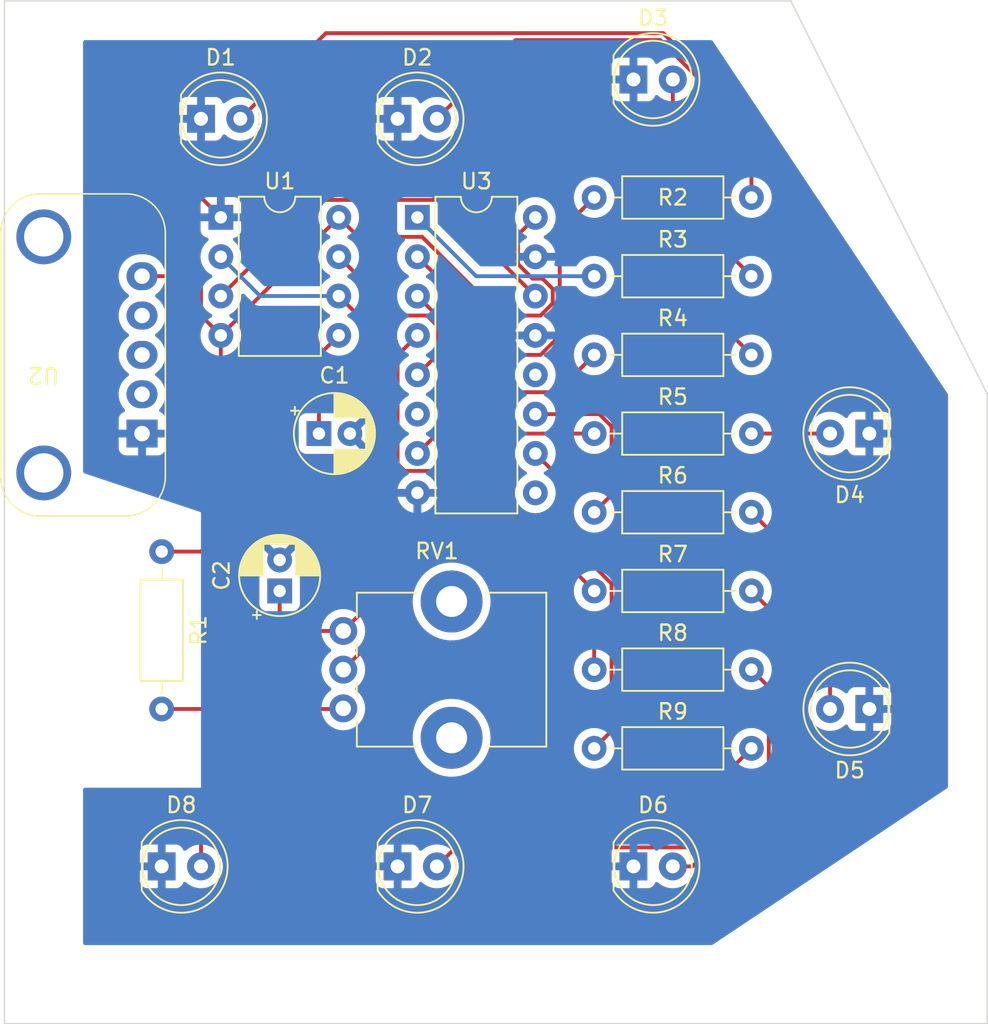
<source format=kicad_pcb>
(kicad_pcb (version 20211014) (generator pcbnew)
  (layers (0 "F.Cu" signal) (31 "B.Cu" signal) (34 "B.Paste" user) (35 "F.Paste" user) (36 "B.SilkS" user "B.Silkscreen") (37 "F.SilkS" user "F.Silkscreen") (38 "B.Mask" user) (39 "F.Mask" user) (44 "Edge.Cuts" user))
  (net 0 "")
  (net 1 "Net-(C1-Pad1)")
  (net 2 "GND")
  (net 3 "Net-(C2-Pad1)")
  (net 4 "Net-(D1-Pad2)")
  (net 5 "Net-(D2-Pad2)")
  (net 6 "Net-(D3-Pad2)")
  (net 7 "Net-(D4-Pad2)")
  (net 8 "Net-(D5-Pad2)")
  (net 9 "Net-(D6-Pad2)")
  (net 10 "Net-(D7-Pad2)")
  (net 11 "Net-(D8-Pad2)")
  (net 12 "+5V")
  (net 13 "Net-(R1-Pad2)")
  (net 14 "Net-(R2-Pad1)")
  (net 15 "Net-(R3-Pad1)")
  (net 16 "Net-(R4-Pad1)")
  (net 17 "Net-(R5-Pad1)")
  (net 18 "Net-(R6-Pad1)")
  (net 19 "Net-(R7-Pad1)")
  (net 20 "Net-(R8-Pad1)")
  (net 21 "Net-(R9-Pad1)")
  (net 22 "Net-(RV1-Pad2)")
  (net 23 "Net-(U1-Pad3)")
  (footprint "Capacitor_THT:CP_Radial_D5.0mm_P2.00mm" (layer "F.Cu") (at 88.9 91.44)
    (fp_text reference "C1" (at 1 -3.75) (layer "F.SilkS"))
    (fp_text value "1uF")
    (fp_line (start 1.841 -2.442) (end 1.841 -1.04) (layer "F.SilkS") (width 0.12))
    (fp_line (start 3.521 -0.677) (end 3.521 0.677) (layer "F.SilkS") (width 0.12))
    (fp_line (start 2.321 -2.224) (end 2.321 -1.04) (layer "F.SilkS") (width 0.12))
    (fp_line (start 3.161 -1.443) (end 3.161 1.443) (layer "F.SilkS") (width 0.12))
    (fp_line (start 1.48 -2.536) (end 1.48 -1.04) (layer "F.SilkS") (width 0.12))
    (fp_line (start 1.961 1.04) (end 1.961 2.398) (layer "F.SilkS") (width 0.12))
    (fp_line (start 2.161 1.04) (end 2.161 2.31) (layer "F.SilkS") (width 0.12))
    (fp_line (start 1.801 1.04) (end 1.801 2.455) (layer "F.SilkS") (width 0.12))
    (fp_line (start 2.521 -2.095) (end 2.521 -1.04) (layer "F.SilkS") (width 0.12))
    (fp_line (start 1.68 -2.491) (end 1.68 -1.04) (layer "F.SilkS") (width 0.12))
    (fp_line (start 1 1.04) (end 1 2.58) (layer "F.SilkS") (width 0.12))
    (fp_line (start 1.761 -2.468) (end 1.761 -1.04) (layer "F.SilkS") (width 0.12))
    (fp_line (start 2.081 -2.348) (end 2.081 -1.04) (layer "F.SilkS") (width 0.12))
    (fp_line (start 1.961 -2.398) (end 1.961 -1.04) (layer "F.SilkS") (width 0.12))
    (fp_line (start 2.641 -2.004) (end 2.641 -1.04) (layer "F.SilkS") (width 0.12))
    (fp_line (start 1.841 1.04) (end 1.841 2.442) (layer "F.SilkS") (width 0.12))
    (fp_line (start 2.681 1.04) (end 2.681 1.971) (layer "F.SilkS") (width 0.12))
    (fp_line (start 1.32 -2.561) (end 1.32 -1.04) (layer "F.SilkS") (width 0.12))
    (fp_line (start 2.081 1.04) (end 2.081 2.348) (layer "F.SilkS") (width 0.12))
    (fp_line (start 1.12 1.04) (end 1.12 2.578) (layer "F.SilkS") (width 0.12))
    (fp_line (start 1.36 1.04) (end 1.36 2.556) (layer "F.SilkS") (width 0.12))
    (fp_line (start 1.28 1.04) (end 1.28 2.565) (layer "F.SilkS") (width 0.12))
    (fp_line (start 2.481 -2.122) (end 2.481 -1.04) (layer "F.SilkS") (width 0.12))
    (fp_line (start 3.441 -0.915) (end 3.441 0.915) (layer "F.SilkS") (width 0.12))
    (fp_line (start 2.241 -2.268) (end 2.241 -1.04) (layer "F.SilkS") (width 0.12))
    (fp_line (start 2.801 -1.864) (end 2.801 -1.04) (layer "F.SilkS") (width 0.12))
    (fp_line (start 2.561 -2.065) (end 2.561 -1.04) (layer "F.SilkS") (width 0.12))
    (fp_line (start 1.921 1.04) (end 1.921 2.414) (layer "F.SilkS") (width 0.12))
    (fp_line (start 2.441 -2.149) (end 2.441 -1.04) (layer "F.SilkS") (width 0.12))
    (fp_line (start 1 -2.58) (end 1 -1.04) (layer "F.SilkS") (width 0.12))
    (fp_line (start 3.241 -1.319) (end 3.241 1.319) (layer "F.SilkS") (width 0.12))
    (fp_line (start 3.201 -1.383) (end 3.201 1.383) (layer "F.SilkS") (width 0.12))
    (fp_line (start 2.121 1.04) (end 2.121 2.329) (layer "F.SilkS") (width 0.12))
    (fp_line (start 2.321 1.04) (end 2.321 2.224) (layer "F.SilkS") (width 0.12))
    (fp_line (start 1.44 -2.543) (end 1.44 -1.04) (layer "F.SilkS") (width 0.12))
    (fp_line (start 2.201 1.04) (end 2.201 2.29) (layer "F.SilkS") (width 0.12))
    (fp_line (start 2.001 1.04) (end 2.001 2.382) (layer "F.SilkS") (width 0.12))
    (fp_line (start 1.16 -2.576) (end 1.16 -1.04) (layer "F.SilkS") (width 0.12))
    (fp_line (start 1.52 1.04) (end 1.52 2.528) (layer "F.SilkS") (width 0.12))
    (fp_line (start 2.361 -2.2) (end 2.361 -1.04) (layer "F.SilkS") (width 0.12))
    (fp_line (start 3.081 -1.554) (end 3.081 1.554) (layer "F.SilkS") (width 0.12))
    (fp_line (start 1.28 -2.565) (end 1.28 -1.04) (layer "F.SilkS") (width 0.12))
    (fp_line (start 3.561 -0.518) (end 3.561 0.518) (layer "F.SilkS") (width 0.12))
    (fp_line (start 1.6 1.04) (end 1.6 2.511) (layer "F.SilkS") (width 0.12))
    (fp_line (start 3.001 -1.653) (end 3.001 -1.04) (layer "F.SilkS") (width 0.12))
    (fp_line (start 2.121 -2.329) (end 2.121 -1.04) (layer "F.SilkS") (width 0.12))
    (fp_line (start 2.041 1.04) (end 2.041 2.365) (layer "F.SilkS") (width 0.12))
    (fp_line (start 2.761 -1.901) (end 2.761 -1.04) (layer "F.SilkS") (width 0.12))
    (fp_line (start 1.24 -2.569) (end 1.24 -1.04) (layer "F.SilkS") (width 0.12))
    (fp_line (start -1.554775 -1.725) (end -1.554775 -1.225) (layer "F.SilkS") (width 0.12))
    (fp_line (start 1.52 -2.528) (end 1.52 -1.04) (layer "F.SilkS") (width 0.12))
    (fp_line (start 2.241 1.04) (end 2.241 2.268) (layer "F.SilkS") (width 0.12))
    (fp_line (start 1.64 -2.501) (end 1.64 -1.04) (layer "F.SilkS") (width 0.12))
    (fp_line (start 2.761 1.04) (end 2.761 1.901) (layer "F.SilkS") (width 0.12))
    (fp_line (start 3.281 -1.251) (end 3.281 1.251) (layer "F.SilkS") (width 0.12))
    (fp_line (start 3.321 -1.178) (end 3.321 1.178) (layer "F.SilkS") (width 0.12))
    (fp_line (start 1.801 -2.455) (end 1.801 -1.04) (layer "F.SilkS") (width 0.12))
    (fp_line (start 3.121 -1.5) (end 3.121 1.5) (layer "F.SilkS") (width 0.12))
    (fp_line (start 2.801 1.04) (end 2.801 1.864) (layer "F.SilkS") (width 0.12))
    (fp_line (start 3.401 -1.011) (end 3.401 1.011) (layer "F.SilkS") (width 0.12))
    (fp_line (start 3.001 1.04) (end 3.001 1.653) (layer "F.SilkS") (width 0.12))
    (fp_line (start 2.521 1.04) (end 2.521 2.095) (layer "F.SilkS") (width 0.12))
    (fp_line (start 1.56 -2.52) (end 1.56 -1.04) (layer "F.SilkS") (width 0.12))
    (fp_line (start 1.08 1.04) (end 1.08 2.579) (layer "F.SilkS") (width 0.12))
    (fp_line (start 2.401 1.04) (end 2.401 2.175) (layer "F.SilkS") (width 0.12))
    (fp_line (start 1.2 -2.573) (end 1.2 -1.04) (layer "F.SilkS") (width 0.12))
    (fp_line (start 1.16 1.04) (end 1.16 2.576) (layer "F.SilkS") (width 0.12))
    (fp_line (start 3.361 -1.098) (end 3.361 1.098) (layer "F.SilkS") (width 0.12))
    (fp_line (start 1.881 1.04) (end 1.881 2.428) (layer "F.SilkS") (width 0.12))
    (fp_line (start 3.481 -0.805) (end 3.481 0.805) (layer "F.SilkS") (width 0.12))
    (fp_line (start 2.961 -1.699) (end 2.961 -1.04) (layer "F.SilkS") (width 0.12))
    (fp_line (start 1.04 -2.58) (end 1.04 -1.04) (layer "F.SilkS") (width 0.12))
    (fp_line (start 2.281 -2.247) (end 2.281 -1.04) (layer "F.SilkS") (width 0.12))
    (fp_line (start 1.6 -2.511) (end 1.6 -1.04) (layer "F.SilkS") (width 0.12))
    (fp_line (start 2.281 1.04) (end 2.281 2.247) (layer "F.SilkS") (width 0.12))
    (fp_line (start 1.12 -2.578) (end 1.12 -1.04) (layer "F.SilkS") (width 0.12))
    (fp_line (start 2.161 -2.31) (end 2.161 -1.04) (layer "F.SilkS") (width 0.12))
    (fp_line (start 1.721 -2.48) (end 1.721 -1.04) (layer "F.SilkS") (width 0.12))
    (fp_line (start 2.961 1.04) (end 2.961 1.699) (layer "F.SilkS") (width 0.12))
    (fp_line (start 1.921 -2.414) (end 1.921 -1.04) (layer "F.SilkS") (width 0.12))
    (fp_line (start 1.68 1.04) (end 1.68 2.491) (layer "F.SilkS") (width 0.12))
    (fp_line (start -1.804775 -1.475) (end -1.304775 -1.475) (layer "F.SilkS") (width 0.12))
    (fp_line (start 2.481 1.04) (end 2.481 2.122) (layer "F.SilkS") (width 0.12))
    (fp_line (start 2.681 -1.971) (end 2.681 -1.04) (layer "F.SilkS") (width 0.12))
    (fp_line (start 2.001 -2.382) (end 2.001 -1.04) (layer "F.SilkS") (width 0.12))
    (fp_line (start 2.881 -1.785) (end 2.881 -1.04) (layer "F.SilkS") (width 0.12))
    (fp_line (start 1.36 -2.556) (end 1.36 -1.04) (layer "F.SilkS") (width 0.12))
    (fp_line (start 1.881 -2.428) (end 1.881 -1.04) (layer "F.SilkS") (width 0.12))
    (fp_line (start 2.841 1.04) (end 2.841 1.826) (layer "F.SilkS") (width 0.12))
    (fp_line (start 2.041 -2.365) (end 2.041 -1.04) (layer "F.SilkS") (width 0.12))
    (fp_line (start 1.56 1.04) (end 1.56 2.52) (layer "F.SilkS") (width 0.12))
    (fp_line (start 2.841 -1.826) (end 2.841 -1.04) (layer "F.SilkS") (width 0.12))
    (fp_line (start 3.601 -0.284) (end 3.601 0.284) (layer "F.SilkS") (width 0.12))
    (fp_line (start 1.32 1.04) (end 1.32 2.561) (layer "F.SilkS") (width 0.12))
    (fp_line (start 3.041 -1.605) (end 3.041 1.605) (layer "F.SilkS") (width 0.12))
    (fp_line (start 1.44 1.04) (end 1.44 2.543) (layer "F.SilkS") (width 0.12))
    (fp_line (start 1.48 1.04) (end 1.48 2.536) (layer "F.SilkS") (width 0.12))
    (fp_line (start 2.201 -2.29) (end 2.201 -1.04) (layer "F.SilkS") (width 0.12))
    (fp_line (start 1.04 1.04) (end 1.04 2.58) (layer "F.SilkS") (width 0.12))
    (fp_line (start 2.361 1.04) (end 2.361 2.2) (layer "F.SilkS") (width 0.12))
    (fp_line (start 2.441 1.04) (end 2.441 2.149) (layer "F.SilkS") (width 0.12))
    (fp_line (start 2.921 -1.743) (end 2.921 -1.04) (layer "F.SilkS") (width 0.12))
    (fp_line (start 2.921 1.04) (end 2.921 1.743) (layer "F.SilkS") (width 0.12))
    (fp_line (start 1.2 1.04) (end 1.2 2.573) (layer "F.SilkS") (width 0.12))
    (fp_line (start 1.4 -2.55) (end 1.4 -1.04) (layer "F.SilkS") (width 0.12))
    (fp_line (start 2.721 1.04) (end 2.721 1.937) (layer "F.SilkS") (width 0.12))
    (fp_line (start 2.601 1.04) (end 2.601 2.035) (layer "F.SilkS") (width 0.12))
    (fp_line (start 1.4 1.04) (end 1.4 2.55) (layer "F.SilkS") (width 0.12))
    (fp_line (start 2.561 1.04) (end 2.561 2.065) (layer "F.SilkS") (width 0.12))
    (fp_line (start 1.24 1.04) (end 1.24 2.569) (layer "F.SilkS") (width 0.12))
    (fp_line (start 1.761 1.04) (end 1.761 2.468) (layer "F.SilkS") (width 0.12))
    (fp_line (start 1.08 -2.579) (end 1.08 -1.04) (layer "F.SilkS") (width 0.12))
    (fp_line (start 2.601 -2.035) (end 2.601 -1.04) (layer "F.SilkS") (width 0.12))
    (fp_line (start 1.64 1.04) (end 1.64 2.501) (layer "F.SilkS") (width 0.12))
    (fp_line (start 2.881 1.04) (end 2.881 1.785) (layer "F.SilkS") (width 0.12))
    (fp_line (start 2.401 -2.175) (end 2.401 -1.04) (layer "F.SilkS") (width 0.12))
    (fp_line (start 2.721 -1.937) (end 2.721 -1.04) (layer "F.SilkS") (width 0.12))
    (fp_line (start 2.641 1.04) (end 2.641 2.004) (layer "F.SilkS") (width 0.12))
    (fp_line (start 1.721 1.04) (end 1.721 2.48) (layer "F.SilkS") (width 0.12))
    (fp_circle (center 1 0) (end 3.62 0) (layer "F.SilkS") (width 0.12) (fill none))
    (pad "1" thru_hole rect (at 0 0) (size 1.6 1.6) (drill 0.8) (layers *.Cu *.Mask) (net 1 "Net-(C1-Pad1)"))
    (pad "2" thru_hole circle (at 2 0) (size 1.6 1.6) (drill 0.8) (layers *.Cu *.Mask) (net 2 "GND"))
  )
  (footprint "Potentiometer_THT:Potentiometer_Bourns_PTV09A-1_Single_Vertical" (layer "F.Cu") (at 90.47 109.18)
    (fp_text reference "RV1" (at 6.05 -10.15) (layer "F.SilkS"))
    (fp_text value "100k")
    (fp_line (start 0.88 2.47) (end 4.745 2.47) (layer "F.SilkS") (width 0.12))
    (fp_line (start 13.12 -7.47) (end 13.12 2.47) (layer "F.SilkS") (width 0.12))
    (fp_line (start 0.88 -4.129) (end 0.88 -3.37) (layer "F.SilkS") (width 0.12))
    (fp_line (start 0.88 -7.47) (end 0.88 -5.871) (layer "F.SilkS") (width 0.12))
    (fp_line (start 0.88 -7.47) (end 4.745 -7.47) (layer "F.SilkS") (width 0.12))
    (fp_line (start 0.88 0.87) (end 0.88 2.47) (layer "F.SilkS") (width 0.12))
    (fp_line (start 9.255 -7.47) (end 13.12 -7.47) (layer "F.SilkS") (width 0.12))
    (fp_line (start 9.255 2.47) (end 13.12 2.47) (layer "F.SilkS") (width 0.12))
    (fp_line (start 0.88 -1.629) (end 0.88 -0.87) (layer "F.SilkS") (width 0.12))
    (pad "" np_thru_hole circle (at 7 1.9) (size 4 4) (drill 2) (layers *.Cu *.Mask))
    (pad "" np_thru_hole circle (at 7 -6.9) (size 4 4) (drill 2) (layers *.Cu *.Mask))
    (pad "1" thru_hole circle (at 0 0) (size 1.8 1.8) (drill 1) (layers *.Cu *.Mask) (net 13 "Net-(R1-Pad2)"))
    (pad "2" thru_hole circle (at 0 -2.5) (size 1.8 1.8) (drill 1) (layers *.Cu *.Mask) (net 22 "Net-(RV1-Pad2)"))
    (pad "3" thru_hole circle (at 0 -5) (size 1.8 1.8) (drill 1) (layers *.Cu *.Mask) (net 3 "Net-(C2-Pad1)"))
  )
  (footprint "Resistor_THT:R_Axial_DIN0207_L6.3mm_D2.5mm_P10.16mm_Horizontal" (layer "F.Cu") (at 106.68 106.68)
    (fp_text reference "R8" (at 5.08 -2.37) (layer "F.SilkS"))
    (fp_text value "100")
    (fp_line (start 1.81 1.37) (end 8.35 1.37) (layer "F.SilkS") (width 0.12))
    (fp_line (start 9.12 0) (end 8.35 0) (layer "F.SilkS") (width 0.12))
    (fp_line (start 8.35 1.37) (end 8.35 -1.37) (layer "F.SilkS") (width 0.12))
    (fp_line (start 1.04 0) (end 1.81 0) (layer "F.SilkS") (width 0.12))
    (fp_line (start 1.81 -1.37) (end 1.81 1.37) (layer "F.SilkS") (width 0.12))
    (fp_line (start 8.35 -1.37) (end 1.81 -1.37) (layer "F.SilkS") (width 0.12))
    (pad "1" thru_hole circle (at 0 0) (size 1.6 1.6) (drill 0.8) (layers *.Cu *.Mask) (net 20 "Net-(R8-Pad1)"))
    (pad "2" thru_hole oval (at 10.16 0) (size 1.6 1.6) (drill 0.8) (layers *.Cu *.Mask) (net 10 "Net-(D7-Pad2)"))
  )
  (footprint "Resistor_THT:R_Axial_DIN0207_L6.3mm_D2.5mm_P10.16mm_Horizontal" (layer "F.Cu") (at 106.68 81.28)
    (fp_text reference "R3" (at 5.08 -2.37) (layer "F.SilkS"))
    (fp_text value "100")
    (fp_line (start 8.35 -1.37) (end 1.81 -1.37) (layer "F.SilkS") (width 0.12))
    (fp_line (start 1.81 1.37) (end 8.35 1.37) (layer "F.SilkS") (width 0.12))
    (fp_line (start 8.35 1.37) (end 8.35 -1.37) (layer "F.SilkS") (width 0.12))
    (fp_line (start 1.81 -1.37) (end 1.81 1.37) (layer "F.SilkS") (width 0.12))
    (fp_line (start 9.12 0) (end 8.35 0) (layer "F.SilkS") (width 0.12))
    (fp_line (start 1.04 0) (end 1.81 0) (layer "F.SilkS") (width 0.12))
    (pad "1" thru_hole circle (at 0 0) (size 1.6 1.6) (drill 0.8) (layers *.Cu *.Mask) (net 15 "Net-(R3-Pad1)"))
    (pad "2" thru_hole oval (at 10.16 0) (size 1.6 1.6) (drill 0.8) (layers *.Cu *.Mask) (net 5 "Net-(D2-Pad2)"))
  )
  (footprint "LED_THT:LED_D5.0mm" (layer "F.Cu") (at 124.46 91.44 180)
    (fp_text reference "D4" (at 1.27 -3.96) (layer "F.SilkS"))
    (fp_text value "LED")
    (fp_line (start -1.29 -1.545) (end -1.29 1.545) (layer "F.SilkS") (width 0.12))
    (fp_arc (start 4.26 -0.000462) (mid 2.072002 2.880433) (end -1.29 1.54483) (layer "F.SilkS") (width 0.12))
    (fp_arc (start -1.29 -1.54483) (mid 2.072002 -2.880433) (end 4.26 0.000462) (layer "F.SilkS") (width 0.12))
    (fp_circle (center 1.27 0) (end 3.77 0) (layer "F.SilkS") (width 0.12) (fill none))
    (pad "1" thru_hole rect (at 0 0 180) (size 1.8 1.8) (drill 0.9) (layers *.Cu *.Mask) (net 2 "GND"))
    (pad "2" thru_hole circle (at 2.54 0 180) (size 1.8 1.8) (drill 0.9) (layers *.Cu *.Mask) (net 7 "Net-(D4-Pad2)"))
  )
  (footprint "Capacitor_THT:CP_Radial_D5.0mm_P2.00mm" (layer "F.Cu") (at 86.36 101.6 90)
    (fp_text reference "C2" (at 1 -3.75 90) (layer "F.SilkS"))
    (fp_text value "220nF")
    (fp_line (start 3.241 -1.319) (end 3.241 1.319) (layer "F.SilkS") (width 0.12))
    (fp_line (start 1.08 1.04) (end 1.08 2.579) (layer "F.SilkS") (width 0.12))
    (fp_line (start -1.804775 -1.475) (end -1.304775 -1.475) (layer "F.SilkS") (width 0.12))
    (fp_line (start 1.761 1.04) (end 1.761 2.468) (layer "F.SilkS") (width 0.12))
    (fp_line (start 1.961 -2.398) (end 1.961 -1.04) (layer "F.SilkS") (width 0.12))
    (fp_line (start 2.001 -2.382) (end 2.001 -1.04) (layer "F.SilkS") (width 0.12))
    (fp_line (start 1.16 1.04) (end 1.16 2.576) (layer "F.SilkS") (width 0.12))
    (fp_line (start 2.241 1.04) (end 2.241 2.268) (layer "F.SilkS") (width 0.12))
    (fp_line (start 2.801 1.04) (end 2.801 1.864) (layer "F.SilkS") (width 0.12))
    (fp_line (start 1.28 -2.565) (end 1.28 -1.04) (layer "F.SilkS") (width 0.12))
    (fp_line (start 1.2 1.04) (end 1.2 2.573) (layer "F.SilkS") (width 0.12))
    (fp_line (start 2.721 -1.937) (end 2.721 -1.04) (layer "F.SilkS") (width 0.12))
    (fp_line (start 2.481 1.04) (end 2.481 2.122) (layer "F.SilkS") (width 0.12))
    (fp_line (start 2.641 -2.004) (end 2.641 -1.04) (layer "F.SilkS") (width 0.12))
    (fp_line (start 2.121 1.04) (end 2.121 2.329) (layer "F.SilkS") (width 0.12))
    (fp_line (start 2.521 1.04) (end 2.521 2.095) (layer "F.SilkS") (width 0.12))
    (fp_line (start 1.4 -2.55) (end 1.4 -1.04) (layer "F.SilkS") (width 0.12))
    (fp_line (start 1.52 1.04) (end 1.52 2.528) (layer "F.SilkS") (width 0.12))
    (fp_line (start 3.401 -1.011) (end 3.401 1.011) (layer "F.SilkS") (width 0.12))
    (fp_line (start 3.121 -1.5) (end 3.121 1.5) (layer "F.SilkS") (width 0.12))
    (fp_line (start 3.361 -1.098) (end 3.361 1.098) (layer "F.SilkS") (width 0.12))
    (fp_line (start 2.601 1.04) (end 2.601 2.035) (layer "F.SilkS") (width 0.12))
    (fp_line (start 2.721 1.04) (end 2.721 1.937) (layer "F.SilkS") (width 0.12))
    (fp_line (start 1.24 -2.569) (end 1.24 -1.04) (layer "F.SilkS") (width 0.12))
    (fp_line (start 2.441 -2.149) (end 2.441 -1.04) (layer "F.SilkS") (width 0.12))
    (fp_line (start 2.961 1.04) (end 2.961 1.699) (layer "F.SilkS") (width 0.12))
    (fp_line (start 2.401 1.04) (end 2.401 2.175) (layer "F.SilkS") (width 0.12))
    (fp_line (start 2.001 1.04) (end 2.001 2.382) (layer "F.SilkS") (width 0.12))
    (fp_line (start 1.24 1.04) (end 1.24 2.569) (layer "F.SilkS") (width 0.12))
    (fp_line (start 2.841 1.04) (end 2.841 1.826) (layer "F.SilkS") (width 0.12))
    (fp_line (start 1.48 1.04) (end 1.48 2.536) (layer "F.SilkS") (width 0.12))
    (fp_line (start 1.921 1.04) (end 1.921 2.414) (layer "F.SilkS") (width 0.12))
    (fp_line (start 1.961 1.04) (end 1.961 2.398) (layer "F.SilkS") (width 0.12))
    (fp_line (start 1.32 1.04) (end 1.32 2.561) (layer "F.SilkS") (width 0.12))
    (fp_line (start 1.28 1.04) (end 1.28 2.565) (layer "F.SilkS") (width 0.12))
    (fp_line (start 2.321 -2.224) (end 2.321 -1.04) (layer "F.SilkS") (width 0.12))
    (fp_line (start 1.6 -2.511) (end 1.6 -1.04) (layer "F.SilkS") (width 0.12))
    (fp_line (start 1.04 1.04) (end 1.04 2.58) (layer "F.SilkS") (width 0.12))
    (fp_line (start 1.841 -2.442) (end 1.841 -1.04) (layer "F.SilkS") (width 0.12))
    (fp_line (start 3.441 -0.915) (end 3.441 0.915) (layer "F.SilkS") (width 0.12))
    (fp_line (start 2.201 -2.29) (end 2.201 -1.04) (layer "F.SilkS") (width 0.12))
    (fp_line (start 2.561 1.04) (end 2.561 2.065) (layer "F.SilkS") (width 0.12))
    (fp_line (start 1.32 -2.561) (end 1.32 -1.04) (layer "F.SilkS") (width 0.12))
    (fp_line (start 2.201 1.04) (end 2.201 2.29) (layer "F.SilkS") (width 0.12))
    (fp_line (start 3.561 -0.518) (end 3.561 0.518) (layer "F.SilkS") (width 0.12))
    (fp_line (start 1.881 1.04) (end 1.881 2.428) (layer "F.SilkS") (width 0.12))
    (fp_line (start 2.761 -1.901) (end 2.761 -1.04) (layer "F.SilkS") (width 0.12))
    (fp_line (start 1.921 -2.414) (end 1.921 -1.04) (layer "F.SilkS") (width 0.12))
    (fp_line (start 3.041 -1.605) (end 3.041 1.605) (layer "F.SilkS") (width 0.12))
    (fp_line (start 2.641 1.04) (end 2.641 2.004) (layer "F.SilkS") (width 0.12))
    (fp_line (start 2.161 1.04) (end 2.161 2.31) (layer "F.SilkS") (width 0.12))
    (fp_line (start 2.161 -2.31) (end 2.161 -1.04) (layer "F.SilkS") (width 0.12))
    (fp_line (start 2.961 -1.699) (end 2.961 -1.04) (layer "F.SilkS") (width 0.12))
    (fp_line (start 1.721 -2.48) (end 1.721 -1.04) (layer "F.SilkS") (width 0.12))
    (fp_line (start 1.04 -2.58) (end 1.04 -1.04) (layer "F.SilkS") (width 0.12))
    (fp_line (start 1.56 -2.52) (end 1.56 -1.04) (layer "F.SilkS") (width 0.12))
    (fp_line (start 2.041 -2.365) (end 2.041 -1.04) (layer "F.SilkS") (width 0.12))
    (fp_line (start 2.081 -2.348) (end 2.081 -1.04) (layer "F.SilkS") (width 0.12))
    (fp_line (start 3.001 1.04) (end 3.001 1.653) (layer "F.SilkS") (width 0.12))
    (fp_line (start 1.16 -2.576) (end 1.16 -1.04) (layer "F.SilkS") (width 0.12))
    (fp_line (start 2.921 1.04) (end 2.921 1.743) (layer "F.SilkS") (width 0.12))
    (fp_line (start 2.601 -2.035) (end 2.601 -1.04) (layer "F.SilkS") (width 0.12))
    (fp_line (start 1.56 1.04) (end 1.56 2.52) (layer "F.SilkS") (width 0.12))
    (fp_line (start 1.2 -2.573) (end 1.2 -1.04) (layer "F.SilkS") (width 0.12))
    (fp_line (start 3.001 -1.653) (end 3.001 -1.04) (layer "F.SilkS") (width 0.12))
    (fp_line (start 1.64 -2.501) (end 1.64 -1.04) (layer "F.SilkS") (width 0.12))
    (fp_line (start 2.361 -2.2) (end 2.361 -1.04) (layer "F.SilkS") (width 0.12))
    (fp_line (start 1.68 -2.491) (end 1.68 -1.04) (layer "F.SilkS") (width 0.12))
    (fp_line (start 1.36 1.04) (end 1.36 2.556) (layer "F.SilkS") (width 0.12))
    (fp_line (start 2.241 -2.268) (end 2.241 -1.04) (layer "F.SilkS") (width 0.12))
    (fp_line (start 1.48 -2.536) (end 1.48 -1.04) (layer "F.SilkS") (width 0.12))
    (fp_line (start 2.881 -1.785) (end 2.881 -1.04) (layer "F.SilkS") (width 0.12))
    (fp_line (start 1.12 -2.578) (end 1.12 -1.04) (layer "F.SilkS") (width 0.12))
    (fp_line (start 2.121 -2.329) (end 2.121 -1.04) (layer "F.SilkS") (width 0.12))
    (fp_line (start 2.681 -1.971) (end 2.681 -1.04) (layer "F.SilkS") (width 0.12))
    (fp_line (start 2.321 1.04) (end 2.321 2.224) (layer "F.SilkS") (width 0.12))
    (fp_line (start 2.521 -2.095) (end 2.521 -1.04) (layer "F.SilkS") (width 0.12))
    (fp_line (start 3.321 -1.178) (end 3.321 1.178) (layer "F.SilkS") (width 0.12))
    (fp_line (start 3.201 -1.383) (end 3.201 1.383) (layer "F.SilkS") (width 0.12))
    (fp_line (start 1.801 -2.455) (end 1.801 -1.04) (layer "F.SilkS") (width 0.12))
    (fp_line (start 3.521 -0.677) (end 3.521 0.677) (layer "F.SilkS") (width 0.12))
    (fp_line (start 1.08 -2.579) (end 1.08 -1.04) (layer "F.SilkS") (width 0.12))
    (fp_line (start 1.44 -2.543) (end 1.44 -1.04) (layer "F.SilkS") (width 0.12))
    (fp_line (start 2.441 1.04) (end 2.441 2.149) (layer "F.SilkS") (width 0.12))
    (fp_line (start 2.481 -2.122) (end 2.481 -1.04) (layer "F.SilkS") (width 0.12))
    (fp_line (start 2.761 1.04) (end 2.761 1.901) (layer "F.SilkS") (width 0.12))
    (fp_line (start 3.161 -1.443) (end 3.161 1.443) (layer "F.SilkS") (width 0.12))
    (fp_line (start 2.841 -1.826) (end 2.841 -1.04) (layer "F.SilkS") (width 0.12))
    (fp_line (start 1.52 -2.528) (end 1.52 -1.04) (layer "F.SilkS") (width 0.12))
    (fp_line (start 3.481 -0.805) (end 3.481 0.805) (layer "F.SilkS") (width 0.12))
    (fp_line (start 2.401 -2.175) (end 2.401 -1.04) (layer "F.SilkS") (width 0.12))
    (fp_line (start 1 -2.58) (end 1 -1.04) (layer "F.SilkS") (width 0.12))
    (fp_line (start 3.601 -0.284) (end 3.601 0.284) (layer "F.SilkS") (width 0.12))
    (fp_line (start 1.64 1.04) (end 1.64 2.501) (layer "F.SilkS") (width 0.12))
    (fp_line (start 3.281 -1.251) (end 3.281 1.251) (layer "F.SilkS") (width 0.12))
    (fp_line (start 2.281 -2.247) (end 2.281 -1.04) (layer "F.SilkS") (width 0.12))
    (fp_line (start 2.041 1.04) (end 2.041 2.365) (layer "F.SilkS") (width 0.12))
    (fp_line (start 1.761 -2.468) (end 1.761 -1.04) (layer "F.SilkS") (width 0.12))
    (fp_line (start 1.68 1.04) (end 1.68 2.491) (layer "F.SilkS") (width 0.12))
    (fp_line (start 2.561 -2.065) (end 2.561 -1.04) (layer "F.SilkS") (width 0.12))
    (fp_line (start 1 1.04) (end 1 2.58) (layer "F.SilkS") (width 0.12))
    (fp_line (start 1.36 -2.556) (end 1.36 -1.04) (layer "F.SilkS") (width 0.12))
    (fp_line (start 1.12 1.04) (end 1.12 2.578) (layer "F.SilkS") (width 0.12))
    (fp_line (start 1.44 1.04) (end 1.44 2.543) (layer "F.SilkS") (width 0.12))
    (fp_line (start 3.081 -1.554) (end 3.081 1.554) (layer "F.SilkS") (width 0.12))
    (fp_line (start 1.801 1.04) (end 1.801 2.455) (layer "F.SilkS") (width 0.12))
    (fp_line (start 2.681 1.04) (end 2.681 1.971) (layer "F.SilkS") (width 0.12))
    (fp_line (start 2.081 1.04) (end 2.081 2.348) (layer "F.SilkS") (width 0.12))
    (fp_line (start 1.6 1.04) (end 1.6 2.511) (layer "F.SilkS") (width 0.12))
    (fp_line (start 1.841 1.04) (end 1.841 2.442) (layer "F.SilkS") (width 0.12))
    (fp_line (start 2.881 1.04) (end 2.881 1.785) (layer "F.SilkS") (width 0.12))
    (fp_line (start 2.361 1.04) (end 2.361 2.2) (layer "F.SilkS") (width 0.12))
    (fp_line (start 1.4 1.04) (end 1.4 2.55) (layer "F.SilkS") (width 0.12))
    (fp_line (start 2.281 1.04) (end 2.281 2.247) (layer "F.SilkS") (width 0.12))
    (fp_line (start -1.554775 -1.725) (end -1.554775 -1.225) (layer "F.SilkS") (width 0.12))
    (fp_line (start 1.721 1.04) (end 1.721 2.48) (layer "F.SilkS") (width 0.12))
    (fp_line (start 2.921 -1.743) (end 2.921 -1.04) (layer "F.SilkS") (width 0.12))
    (fp_line (start 1.881 -2.428) (end 1.881 -1.04) (layer "F.SilkS") (width 0.12))
    (fp_line (start 2.801 -1.864) (end 2.801 -1.04) (layer "F.SilkS") (width 0.12))
    (fp_circle (center 1 0) (end 3.62 0) (layer "F.SilkS") (width 0.12) (fill none))
    (pad "1" thru_hole rect (at 0 0 90) (size 1.6 1.6) (drill 0.8) (layers *.Cu *.Mask) (net 3 "Net-(C2-Pad1)"))
    (pad "2" thru_hole circle (at 2 0 90) (size 1.6 1.6) (drill 0.8) (layers *.Cu *.Mask) (net 2 "GND"))
  )
  (footprint "LED_THT:LED_D5.0mm" (layer "F.Cu") (at 109.22 119.38)
    (fp_text reference "D6" (at 1.27 -3.96) (layer "F.SilkS"))
    (fp_text value "LED")
    (fp_line (start -1.29 -1.545) (end -1.29 1.545) (layer "F.SilkS") (width 0.12))
    (fp_arc (start -1.29 -1.54483) (mid 2.072002 -2.880433) (end 4.26 0.000462) (layer "F.SilkS") (width 0.12))
    (fp_arc (start 4.26 -0.000462) (mid 2.072002 2.880433) (end -1.29 1.54483) (layer "F.SilkS") (width 0.12))
    (fp_circle (center 1.27 0) (end 3.77 0) (layer "F.SilkS") (width 0.12) (fill none))
    (pad "1" thru_hole rect (at 0 0) (size 1.8 1.8) (drill 0.9) (layers *.Cu *.Mask) (net 2 "GND"))
    (pad "2" thru_hole circle (at 2.54 0) (size 1.8 1.8) (drill 0.9) (layers *.Cu *.Mask) (net 9 "Net-(D6-Pad2)"))
  )
  (footprint "LED_THT:LED_D5.0mm" (layer "F.Cu") (at 81.28 71.12)
    (fp_text reference "D1" (at 1.27 -3.96) (layer "F.SilkS"))
    (fp_text value "LED")
    (fp_line (start -1.29 -1.545) (end -1.29 1.545) (layer "F.SilkS") (width 0.12))
    (fp_arc (start 4.26 -0.000462) (mid 2.072002 2.880433) (end -1.29 1.54483) (layer "F.SilkS") (width 0.12))
    (fp_arc (start -1.29 -1.54483) (mid 2.072002 -2.880433) (end 4.26 0.000462) (layer "F.SilkS") (width 0.12))
    (fp_circle (center 1.27 0) (end 3.77 0) (layer "F.SilkS") (width 0.12) (fill none))
    (pad "1" thru_hole rect (at 0 0) (size 1.8 1.8) (drill 0.9) (layers *.Cu *.Mask) (net 2 "GND"))
    (pad "2" thru_hole circle (at 2.54 0) (size 1.8 1.8) (drill 0.9) (layers *.Cu *.Mask) (net 4 "Net-(D1-Pad2)"))
  )
  (footprint "LED_THT:LED_D5.0mm" (layer "F.Cu") (at 109.22 68.58)
    (fp_text reference "D3" (at 1.27 -3.96) (layer "F.SilkS"))
    (fp_text value "LED")
    (fp_line (start -1.29 -1.545) (end -1.29 1.545) (layer "F.SilkS") (width 0.12))
    (fp_arc (start -1.29 -1.54483) (mid 2.072002 -2.880433) (end 4.26 0.000462) (layer "F.SilkS") (width 0.12))
    (fp_arc (start 4.26 -0.000462) (mid 2.072002 2.880433) (end -1.29 1.54483) (layer "F.SilkS") (width 0.12))
    (fp_circle (center 1.27 0) (end 3.77 0) (layer "F.SilkS") (width 0.12) (fill none))
    (pad "1" thru_hole rect (at 0 0) (size 1.8 1.8) (drill 0.9) (layers *.Cu *.Mask) (net 2 "GND"))
    (pad "2" thru_hole circle (at 2.54 0) (size 1.8 1.8) (drill 0.9) (layers *.Cu *.Mask) (net 6 "Net-(D3-Pad2)"))
  )
  (footprint "Resistor_THT:R_Axial_DIN0207_L6.3mm_D2.5mm_P10.16mm_Horizontal" (layer "F.Cu") (at 106.68 86.36)
    (fp_text reference "R4" (at 5.08 -2.37) (layer "F.SilkS"))
    (fp_text value "100")
    (fp_line (start 9.12 0) (end 8.35 0) (layer "F.SilkS") (width 0.12))
    (fp_line (start 1.81 -1.37) (end 1.81 1.37) (layer "F.SilkS") (width 0.12))
    (fp_line (start 8.35 -1.37) (end 1.81 -1.37) (layer "F.SilkS") (width 0.12))
    (fp_line (start 1.04 0) (end 1.81 0) (layer "F.SilkS") (width 0.12))
    (fp_line (start 1.81 1.37) (end 8.35 1.37) (layer "F.SilkS") (width 0.12))
    (fp_line (start 8.35 1.37) (end 8.35 -1.37) (layer "F.SilkS") (width 0.12))
    (pad "1" thru_hole circle (at 0 0) (size 1.6 1.6) (drill 0.8) (layers *.Cu *.Mask) (net 16 "Net-(R4-Pad1)"))
    (pad "2" thru_hole oval (at 10.16 0) (size 1.6 1.6) (drill 0.8) (layers *.Cu *.Mask) (net 6 "Net-(D3-Pad2)"))
  )
  (footprint "Resistor_THT:R_Axial_DIN0207_L6.3mm_D2.5mm_P10.16mm_Horizontal" (layer "F.Cu") (at 106.68 76.2)
    (fp_text reference "R2" (at 5.08 0) (layer "F.SilkS"))
    (fp_text value "100")
    (fp_line (start 1.81 -1.37) (end 1.81 1.37) (layer "F.SilkS") (width 0.12))
    (fp_line (start 1.81 1.37) (end 8.35 1.37) (layer "F.SilkS") (width 0.12))
    (fp_line (start 8.35 1.37) (end 8.35 -1.37) (layer "F.SilkS") (width 0.12))
    (fp_line (start 9.12 0) (end 8.35 0) (layer "F.SilkS") (width 0.12))
    (fp_line (start 8.35 -1.37) (end 1.81 -1.37) (layer "F.SilkS") (width 0.12))
    (fp_line (start 1.04 0) (end 1.81 0) (layer "F.SilkS") (width 0.12))
    (pad "1" thru_hole circle (at 0 0) (size 1.6 1.6) (drill 0.8) (layers *.Cu *.Mask) (net 14 "Net-(R2-Pad1)"))
    (pad "2" thru_hole oval (at 10.16 0) (size 1.6 1.6) (drill 0.8) (layers *.Cu *.Mask) (net 4 "Net-(D1-Pad2)"))
  )
  (footprint "LED_THT:LED_D5.0mm" (layer "F.Cu") (at 93.98 71.12)
    (fp_text reference "D2" (at 1.27 -3.96) (layer "F.SilkS"))
    (fp_text value "LED")
    (fp_line (start -1.29 -1.545) (end -1.29 1.545) (layer "F.SilkS") (width 0.12))
    (fp_arc (start 4.26 -0.000462) (mid 2.072002 2.880433) (end -1.29 1.54483) (layer "F.SilkS") (width 0.12))
    (fp_arc (start -1.29 -1.54483) (mid 2.072002 -2.880433) (end 4.26 0.000462) (layer "F.SilkS") (width 0.12))
    (fp_circle (center 1.27 0) (end 3.77 0) (layer "F.SilkS") (width 0.12) (fill none))
    (pad "1" thru_hole rect (at 0 0) (size 1.8 1.8) (drill 0.9) (layers *.Cu *.Mask) (net 2 "GND"))
    (pad "2" thru_hole circle (at 2.54 0) (size 1.8 1.8) (drill 0.9) (layers *.Cu *.Mask) (net 5 "Net-(D2-Pad2)"))
  )
  (footprint "Resistor_THT:R_Axial_DIN0207_L6.3mm_D2.5mm_P10.16mm_Horizontal" (layer "F.Cu") (at 106.68 111.76)
    (fp_text reference "R9" (at 5.08 -2.37) (layer "F.SilkS"))
    (fp_text value "100")
    (fp_line (start 9.12 0) (end 8.35 0) (layer "F.SilkS") (width 0.12))
    (fp_line (start 8.35 -1.37) (end 1.81 -1.37) (layer "F.SilkS") (width 0.12))
    (fp_line (start 8.35 1.37) (end 8.35 -1.37) (layer "F.SilkS") (width 0.12))
    (fp_line (start 1.04 0) (end 1.81 0) (layer "F.SilkS") (width 0.12))
    (fp_line (start 1.81 -1.37) (end 1.81 1.37) (layer "F.SilkS") (width 0.12))
    (fp_line (start 1.81 1.37) (end 8.35 1.37) (layer "F.SilkS") (width 0.12))
    (pad "1" thru_hole circle (at 0 0) (size 1.6 1.6) (drill 0.8) (layers *.Cu *.Mask) (net 21 "Net-(R9-Pad1)"))
    (pad "2" thru_hole oval (at 10.16 0) (size 1.6 1.6) (drill 0.8) (layers *.Cu *.Mask) (net 11 "Net-(D8-Pad2)"))
  )
  (footprint "LED_THT:LED_D5.0mm" (layer "F.Cu") (at 124.46 109.22 180)
    (fp_text reference "D5" (at 1.27 -3.96) (layer "F.SilkS"))
    (fp_text value "LED")
    (fp_line (start -1.29 -1.545) (end -1.29 1.545) (layer "F.SilkS") (width 0.12))
    (fp_arc (start -1.29 -1.54483) (mid 2.072002 -2.880433) (end 4.26 0.000462) (layer "F.SilkS") (width 0.12))
    (fp_arc (start 4.26 -0.000462) (mid 2.072002 2.880433) (end -1.29 1.54483) (layer "F.SilkS") (width 0.12))
    (fp_circle (center 1.27 0) (end 3.77 0) (layer "F.SilkS") (width 0.12) (fill none))
    (pad "1" thru_hole rect (at 0 0 180) (size 1.8 1.8) (drill 0.9) (layers *.Cu *.Mask) (net 2 "GND"))
    (pad "2" thru_hole circle (at 2.54 0 180) (size 1.8 1.8) (drill 0.9) (layers *.Cu *.Mask) (net 8 "Net-(D5-Pad2)"))
  )
  (footprint "Package_DIP:DIP-16_W7.62mm" (layer "F.Cu") (at 95.26 77.485)
    (fp_text reference "U3" (at 3.81 -2.33) (layer "F.SilkS"))
    (fp_text value "4022")
    (fp_line (start 1.16 -1.33) (end 1.16 19.11) (layer "F.SilkS") (width 0.12))
    (fp_line (start 6.46 -1.33) (end 4.81 -1.33) (layer "F.SilkS") (width 0.12))
    (fp_line (start 6.46 19.11) (end 6.46 -1.33) (layer "F.SilkS") (width 0.12))
    (fp_line (start 1.16 19.11) (end 6.46 19.11) (layer "F.SilkS") (width 0.12))
    (fp_line (start 2.81 -1.33) (end 1.16 -1.33) (layer "F.SilkS") (width 0.12))
    (fp_arc (start 4.81 -1.33) (mid 3.81 -0.33) (end 2.81 -1.33) (layer "F.SilkS") (width 0.12))
    (pad "1" thru_hole rect (at 0 0) (size 1.6 1.6) (drill 0.8) (layers *.Cu *.Mask) (net 15 "Net-(R3-Pad1)"))
    (pad "2" thru_hole oval (at 0 2.54) (size 1.6 1.6) (drill 0.8) (layers *.Cu *.Mask) (net 14 "Net-(R2-Pad1)"))
    (pad "3" thru_hole oval (at 0 5.08) (size 1.6 1.6) (drill 0.8) (layers *.Cu *.Mask) (net 16 "Net-(R4-Pad1)"))
    (pad "4" thru_hole oval (at 0 7.62) (size 1.6 1.6) (drill 0.8) (layers *.Cu *.Mask) (net 19 "Net-(R7-Pad1)"))
    (pad "5" thru_hole oval (at 0 10.16) (size 1.6 1.6) (drill 0.8) (layers *.Cu *.Mask) (net 20 "Net-(R8-Pad1)"))
    (pad "6" thru_hole oval (at 0 12.7) (size 1.6 1.6) (drill 0.8) (layers *.Cu *.Mask))
    (pad "7" thru_hole oval (at 0 15.24) (size 1.6 1.6) (drill 0.8) (layers *.Cu *.Mask) (net 17 "Net-(R5-Pad1)"))
    (pad "8" thru_hole oval (at 0 17.78) (size 1.6 1.6) (drill 0.8) (layers *.Cu *.Mask) (net 2 "GND"))
    (pad "9" thru_hole oval (at 7.62 17.78) (size 1.6 1.6) (drill 0.8) (layers *.Cu *.Mask))
    (pad "10" thru_hole oval (at 7.62 15.24) (size 1.6 1.6) (drill 0.8) (layers *.Cu *.Mask) (net 21 "Net-(R9-Pad1)"))
    (pad "11" thru_hole oval (at 7.62 12.7) (size 1.6 1.6) (drill 0.8) (layers *.Cu *.Mask) (net 18 "Net-(R6-Pad1)"))
    (pad "12" thru_hole oval (at 7.62 10.16) (size 1.6 1.6) (drill 0.8) (layers *.Cu *.Mask))
    (pad "13" thru_hole oval (at 7.62 7.62) (size 1.6 1.6) (drill 0.8) (layers *.Cu *.Mask) (net 2 "GND"))
    (pad "14" thru_hole oval (at 7.62 5.08) (size 1.6 1.6) (drill 0.8) (layers *.Cu *.Mask) (net 23 "Net-(U1-Pad3)"))
    (pad "15" thru_hole oval (at 7.62 2.54) (size 1.6 1.6) (drill 0.8) (layers *.Cu *.Mask) (net 2 "GND"))
    (pad "16" thru_hole oval (at 7.62 0) (size 1.6 1.6) (drill 0.8) (layers *.Cu *.Mask) (net 12 "+5V"))
  )
  (footprint "USB_breakout:micro-b_adafruit" (layer "F.Cu") (at 71.12 93.98 180)
    (fp_text reference "U2" (at 0 6.3 180 unlocked) (layer "F.SilkS"))
    (fp_text value "micro-b")
    (fp_line (start -5.315949 -2.775949) (end 0.235949 -2.775949) (layer "F.SilkS") (width 0.1))
    (fp_line (start -7.855949 15.475949) (end -7.855949 -0.235949) (layer "F.SilkS") (width 0.1))
    (fp_line (start 0.235949 18.015949) (end -5.315949 18.015949) (layer "F.SilkS") (width 0.1))
    (fp_line (start 2.775949 -0.235949) (end 2.775949 15.475949) (layer "F.SilkS") (width 0.1))
    (fp_arc (start 0.235949 -2.775949) (mid 2.032 -2.032) (end 2.775949 -0.235949) (layer "F.SilkS") (width 0.1))
    (fp_arc (start -5.315949 18.015949) (mid -7.112 17.272) (end -7.855949 15.475949) (layer "F.SilkS") (width 0.1))
    (fp_arc (start -7.855949 -0.235949) (mid -7.112 -2.032) (end -5.315949 -2.775949) (layer "F.SilkS") (width 0.1))
    (fp_arc (start 2.775949 15.475949) (mid 2.032 17.272) (end 0.235949 18.015949) (layer "F.SilkS") (width 0.1))
    (pad "" np_thru_hole circle (at 0 15.24 180) (size 3.54 3.54) (drill 2.54) (layers F&B.Cu *.Mask))
    (pad "" np_thru_hole circle (at 0 0 180) (size 3.54 3.54) (drill 2.54) (layers F&B.Cu *.Mask))
    (pad "1" thru_hole rect (at -6.35 2.54 180) (size 2 1.8) (drill 1) (layers *.Cu *.Mask) (net 2 "GND"))
    (pad "2" thru_hole oval (at -6.35 5.08 180) (size 2 1.8) (drill 1) (layers *.Cu *.Mask))
    (pad "3" thru_hole oval (at -6.35 7.62 180) (size 2 1.8) (drill 1) (layers *.Cu *.Mask))
    (pad "4" thru_hole oval (at -6.35 10.16 180) (size 2 1.8) (drill 1) (layers *.Cu *.Mask))
    (pad "5" thru_hole oval (at -6.35 12.7 180) (size 2 1.8) (drill 1) (layers *.Cu *.Mask) (net 12 "+5V"))
  )
  (footprint "Resistor_THT:R_Axial_DIN0207_L6.3mm_D2.5mm_P10.16mm_Horizontal" (layer "F.Cu") (at 106.68 101.6)
    (fp_text reference "R7" (at 5.08 -2.37) (layer "F.SilkS"))
    (fp_text value "100")
    (fp_line (start 1.81 -1.37) (end 1.81 1.37) (layer "F.SilkS") (width 0.12))
    (fp_line (start 9.12 0) (end 8.35 0) (layer "F.SilkS") (width 0.12))
    (fp_line (start 1.04 0) (end 1.81 0) (layer "F.SilkS") (width 0.12))
    (fp_line (start 1.81 1.37) (end 8.35 1.37) (layer "F.SilkS") (width 0.12))
    (fp_line (start 8.35 1.37) (end 8.35 -1.37) (layer "F.SilkS") (width 0.12))
    (fp_line (start 8.35 -1.37) (end 1.81 -1.37) (layer "F.SilkS") (width 0.12))
    (pad "1" thru_hole circle (at 0 0) (size 1.6 1.6) (drill 0.8) (layers *.Cu *.Mask) (net 19 "Net-(R7-Pad1)"))
    (pad "2" thru_hole oval (at 10.16 0) (size 1.6 1.6) (drill 0.8) (layers *.Cu *.Mask) (net 9 "Net-(D6-Pad2)"))
  )
  (footprint "LED_THT:LED_D5.0mm" (layer "F.Cu") (at 78.74 119.38)
    (fp_text reference "D8" (at 1.27 -3.96) (layer "F.SilkS"))
    (fp_text value "LED")
    (fp_line (start -1.29 -1.545) (end -1.29 1.545) (layer "F.SilkS") (width 0.12))
    (fp_arc (start -1.29 -1.54483) (mid 2.072002 -2.880433) (end 4.26 0.000462) (layer "F.SilkS") (width 0.12))
    (fp_arc (start 4.26 -0.000462) (mid 2.072002 2.880433) (end -1.29 1.54483) (layer "F.SilkS") (width 0.12))
    (fp_circle (center 1.27 0) (end 3.77 0) (layer "F.SilkS") (width 0.12) (fill none))
    (pad "1" thru_hole rect (at 0 0) (size 1.8 1.8) (drill 0.9) (layers *.Cu *.Mask) (net 2 "GND"))
    (pad "2" thru_hole circle (at 2.54 0) (size 1.8 1.8) (drill 0.9) (layers *.Cu *.Mask) (net 11 "Net-(D8-Pad2)"))
  )
  (footprint "Resistor_THT:R_Axial_DIN0207_L6.3mm_D2.5mm_P10.16mm_Horizontal" (layer "F.Cu") (at 106.68 91.44)
    (fp_text reference "R5" (at 5.08 -2.37) (layer "F.SilkS"))
    (fp_text value "100")
    (fp_line (start 8.35 1.37) (end 8.35 -1.37) (layer "F.SilkS") (width 0.12))
    (fp_line (start 1.81 -1.37) (end 1.81 1.37) (layer "F.SilkS") (width 0.12))
    (fp_line (start 1.81 1.37) (end 8.35 1.37) (layer "F.SilkS") (width 0.12))
    (fp_line (start 8.35 -1.37) (end 1.81 -1.37) (layer "F.SilkS") (width 0.12))
    (fp_line (start 9.12 0) (end 8.35 0) (layer "F.SilkS") (width 0.12))
    (fp_line (start 1.04 0) (end 1.81 0) (layer "F.SilkS") (width 0.12))
    (pad "1" thru_hole circle (at 0 0) (size 1.6 1.6) (drill 0.8) (layers *.Cu *.Mask) (net 17 "Net-(R5-Pad1)"))
    (pad "2" thru_hole oval (at 10.16 0) (size 1.6 1.6) (drill 0.8) (layers *.Cu *.Mask) (net 7 "Net-(D4-Pad2)"))
  )
  (footprint "Resistor_THT:R_Axial_DIN0207_L6.3mm_D2.5mm_P10.16mm_Horizontal" (layer "F.Cu") (at 106.68 96.52)
    (fp_text reference "R6" (at 5.08 -2.37) (layer "F.SilkS"))
    (fp_text value "100")
    (fp_line (start 9.12 0) (end 8.35 0) (layer "F.SilkS") (width 0.12))
    (fp_line (start 8.35 -1.37) (end 1.81 -1.37) (layer "F.SilkS") (width 0.12))
    (fp_line (start 1.81 1.37) (end 8.35 1.37) (layer "F.SilkS") (width 0.12))
    (fp_line (start 1.04 0) (end 1.81 0) (layer "F.SilkS") (width 0.12))
    (fp_line (start 8.35 1.37) (end 8.35 -1.37) (layer "F.SilkS") (width 0.12))
    (fp_line (start 1.81 -1.37) (end 1.81 1.37) (layer "F.SilkS") (width 0.12))
    (pad "1" thru_hole circle (at 0 0) (size 1.6 1.6) (drill 0.8) (layers *.Cu *.Mask) (net 18 "Net-(R6-Pad1)"))
    (pad "2" thru_hole oval (at 10.16 0) (size 1.6 1.6) (drill 0.8) (layers *.Cu *.Mask) (net 8 "Net-(D5-Pad2)"))
  )
  (footprint "Resistor_THT:R_Axial_DIN0207_L6.3mm_D2.5mm_P10.16mm_Horizontal" (layer "F.Cu") (at 78.74 99.06 -90)
    (fp_text reference "R1" (at 5.08 -2.37 90) (layer "F.SilkS"))
    (fp_text value "100k")
    (fp_line (start 1.04 0) (end 1.81 0) (layer "F.SilkS") (width 0.12))
    (fp_line (start 1.81 -1.37) (end 1.81 1.37) (layer "F.SilkS") (width 0.12))
    (fp_line (start 9.12 0) (end 8.35 0) (layer "F.SilkS") (width 0.12))
    (fp_line (start 8.35 1.37) (end 8.35 -1.37) (layer "F.SilkS") (width 0.12))
    (fp_line (start 1.81 1.37) (end 8.35 1.37) (layer "F.SilkS") (width 0.12))
    (fp_line (start 8.35 -1.37) (end 1.81 -1.37) (layer "F.SilkS") (width 0.12))
    (pad "1" thru_hole circle (at 0 0 270) (size 1.6 1.6) (drill 0.8) (layers *.Cu *.Mask) (net 12 "+5V"))
    (pad "2" thru_hole oval (at 10.16 0 270) (size 1.6 1.6) (drill 0.8) (layers *.Cu *.Mask) (net 13 "Net-(R1-Pad2)"))
  )
  (footprint "Package_DIP:DIP-8_W7.62mm" (layer "F.Cu") (at 82.56 77.48)
    (fp_text reference "U1" (at 3.81 -2.33) (layer "F.SilkS"))
    (fp_text value "NE555P")
    (fp_line (start 6.46 8.95) (end 6.46 -1.33) (layer "F.SilkS") (width 0.12))
    (fp_line (start 1.16 8.95) (end 6.46 8.95) (layer "F.SilkS") (width 0.12))
    (fp_line (start 6.46 -1.33) (end 4.81 -1.33) (layer "F.SilkS") (width 0.12))
    (fp_line (start 2.81 -1.33) (end 1.16 -1.33) (layer "F.SilkS") (width 0.12))
    (fp_line (start 1.16 -1.33) (end 1.16 8.95) (layer "F.SilkS") (width 0.12))
    (fp_arc (start 4.81 -1.33) (mid 3.81 -0.33) (end 2.81 -1.33) (layer "F.SilkS") (width 0.12))
    (pad "1" thru_hole rect (at 0 0) (size 1.6 1.6) (drill 0.8) (layers *.Cu *.Mask) (net 2 "GND"))
    (pad "2" thru_hole oval (at 0 2.54) (size 1.6 1.6) (drill 0.8) (layers *.Cu *.Mask) (net 3 "Net-(C2-Pad1)"))
    (pad "3" thru_hole oval (at 0 5.08) (size 1.6 1.6) (drill 0.8) (layers *.Cu *.Mask) (net 23 "Net-(U1-Pad3)"))
    (pad "4" thru_hole oval (at 0 7.62) (size 1.6 1.6) (drill 0.8) (layers *.Cu *.Mask) (net 12 "+5V"))
    (pad "5" thru_hole oval (at 7.62 7.62) (size 1.6 1.6) (drill 0.8) (layers *.Cu *.Mask) (net 1 "Net-(C1-Pad1)"))
    (pad "6" thru_hole oval (at 7.62 5.08) (size 1.6 1.6) (drill 0.8) (layers *.Cu *.Mask) (net 3 "Net-(C2-Pad1)"))
    (pad "7" thru_hole oval (at 7.62 2.54) (size 1.6 1.6) (drill 0.8) (layers *.Cu *.Mask) (net 22 "Net-(RV1-Pad2)"))
    (pad "8" thru_hole oval (at 7.62 0) (size 1.6 1.6) (drill 0.8) (layers *.Cu *.Mask) (net 12 "+5V"))
  )
  (footprint "LED_THT:LED_D5.0mm" (layer "F.Cu") (at 93.98 119.38)
    (fp_text reference "D7" (at 1.27 -3.96) (layer "F.SilkS"))
    (fp_text value "LED")
    (fp_line (start -1.29 -1.545) (end -1.29 1.545) (layer "F.SilkS") (width 0.12))
    (fp_arc (start -1.29 -1.54483) (mid 2.072002 -2.880433) (end 4.26 0.000462) (layer "F.SilkS") (width 0.12))
    (fp_arc (start 4.26 -0.000462) (mid 2.072002 2.880433) (end -1.29 1.54483) (layer "F.SilkS") (width 0.12))
    (fp_circle (center 1.27 0) (end 3.77 0) (layer "F.SilkS") (width 0.12) (fill none))
    (pad "1" thru_hole rect (at 0 0) (size 1.8 1.8) (drill 0.9) (layers *.Cu *.Mask) (net 2 "GND"))
    (pad "2" thru_hole circle (at 2.54 0) (size 1.8 1.8) (drill 0.9) (layers *.Cu *.Mask) (net 10 "Net-(D7-Pad2)"))
  )
  (gr_poly (pts (xy 132.08 88.9) (xy 132.08 129.54) (xy 68.58 129.54) (xy 68.58 63.5) (xy 119.38 63.5)) (layer "Edge.Cuts") (width 0.1) (fill none))
  (segment (start 88.9 86.38) (end 90.18 85.1) (width 0.25) (layer "F.Cu") (net 1))
  (segment (start 88.9 91.44) (end 88.9 86.38) (width 0.25) (layer "F.Cu") (net 1))
  (segment (start 81.28 76.2) (end 82.56 77.48) (width 0.25) (layer "F.Cu") (net 2))
  (segment (start 81.28 71.12) (end 81.28 76.2) (width 0.25) (layer "F.Cu") (net 2))
  (segment (start 86.36 104.14) (end 86.4 104.18) (width 0.25) (layer "F.Cu") (net 3))
  (segment (start 90.47 104.18) (end 92.025 102.625) (width 0.25) (layer "F.Cu") (net 3))
  (segment (start 92.025 102.625) (end 92.025 84.405) (width 0.25) (layer "F.Cu") (net 3))
  (segment (start 86.4 104.18) (end 90.47 104.18) (width 0.25) (layer "F.Cu") (net 3))
  (segment (start 86.36 101.6) (end 86.36 104.14) (width 0.25) (layer "F.Cu") (net 3))
  (segment (start 92.025 84.405) (end 90.18 82.56) (width 0.25) (layer "F.Cu") (net 3))
  (segment (start 85.1 82.56) (end 82.56 80.02) (width 0.25) (layer "B.Cu") (net 3))
  (segment (start 90.18 82.56) (end 85.1 82.56) (width 0.25) (layer "B.Cu") (net 3))
  (segment (start 116.84 76.2) (end 116.84 71.291192) (width 0.25) (layer "F.Cu") (net 4))
  (segment (start 89.35 65.59) (end 83.82 71.12) (width 0.25) (layer "F.Cu") (net 4))
  (segment (start 116.84 71.291192) (end 111.138808 65.59) (width 0.25) (layer "F.Cu") (net 4))
  (segment (start 111.138808 65.59) (end 89.35 65.59) (width 0.25) (layer "F.Cu") (net 4))
  (segment (start 114.3 78.74) (end 116.84 81.28) (width 0.25) (layer "F.Cu") (net 5))
  (segment (start 114.3 69.387588) (end 110.952412 66.04) (width 0.25) (layer "F.Cu") (net 5))
  (segment (start 114.3 78.74) (end 114.3 69.387588) (width 0.25) (layer "F.Cu") (net 5))
  (segment (start 101.6 66.04) (end 96.52 71.12) (width 0.25) (layer "F.Cu") (net 5))
  (segment (start 110.952412 66.04) (end 101.6 66.04) (width 0.25) (layer "F.Cu") (net 5))
  (segment (start 111.76 68.58) (end 111.76 81.28) (width 0.25) (layer "F.Cu") (net 6))
  (segment (start 111.76 81.28) (end 116.84 86.36) (width 0.25) (layer "F.Cu") (net 6))
  (segment (start 121.92 91.44) (end 116.84 91.44) (width 0.25) (layer "F.Cu") (net 7))
  (segment (start 121.92 101.6) (end 116.84 96.52) (width 0.25) (layer "F.Cu") (net 8))
  (segment (start 121.92 109.22) (end 121.92 101.6) (width 0.25) (layer "F.Cu") (net 8))
  (segment (start 113.032792 119.38) (end 119.38 113.032792) (width 0.25) (layer "F.Cu") (net 9))
  (segment (start 119.38 113.032792) (end 119.38 104.14) (width 0.25) (layer "F.Cu") (net 9))
  (segment (start 111.76 119.38) (end 113.032792 119.38) (width 0.25) (layer "F.Cu") (net 9))
  (segment (start 119.38 104.14) (end 116.84 101.6) (width 0.25) (layer "F.Cu") (net 9))
  (segment (start 97.745 118.155) (end 112.985 118.155) (width 0.25) (layer "F.Cu") (net 10))
  (segment (start 96.52 119.38) (end 97.745 118.155) (width 0.25) (layer "F.Cu") (net 10))
  (segment (start 117.965 113.175) (end 117.965 107.805) (width 0.25) (layer "F.Cu") (net 10))
  (segment (start 117.965 107.805) (end 116.84 106.68) (width 0.25) (layer "F.Cu") (net 10))
  (segment (start 112.985 118.155) (end 117.965 113.175) (width 0.25) (layer "F.Cu") (net 10))
  (segment (start 83.82 114.3) (end 81.28 116.84) (width 0.25) (layer "F.Cu") (net 11))
  (segment (start 115.395 113.205) (end 114.3 114.3) (width 0.25) (layer "F.Cu") (net 11))
  (segment (start 114.3 114.3) (end 83.82 114.3) (width 0.25) (layer "F.Cu") (net 11))
  (segment (start 81.28 116.84) (end 81.28 119.38) (width 0.25) (layer "F.Cu") (net 11))
  (segment (start 115.395 113.205) (end 116.84 111.76) (width 0.25) (layer "F.Cu") (net 11))
  (segment (start 90.18 77.48) (end 82.56 85.1) (width 0.25) (layer "F.Cu") (net 12))
  (segment (start 102.88 77.485) (end 101.755 78.61) (width 0.25) (layer "F.Cu") (net 12))
  (segment (start 95.565991 78.74) (end 91.44 78.74) (width 0.25) (layer "F.Cu") (net 12))
  (segment (start 91.44 78.74) (end 90.18 77.48) (width 0.25) (layer "F.Cu") (net 12))
  (segment (start 81.28 83.82) (end 82.56 85.1) (width 0.25) (layer "F.Cu") (net 12))
  (segment (start 103.345991 81.44) (end 104.005 82.099009) (width 0.25) (layer "F.Cu") (net 12))
  (segment (start 77.47 81.28) (end 81.28 81.28) (width 0.25) (layer "F.Cu") (net 12))
  (segment (start 104.005 83.030991) (end 103.215991 83.82) (width 0.25) (layer "F.Cu") (net 12))
  (segment (start 82.56 97.78) (end 82.56 85.1) (width 0.25) (layer "F.Cu") (net 12))
  (segment (start 103.215991 83.82) (end 100.645991 83.82) (width 0.25) (layer "F.Cu") (net 12))
  (segment (start 78.74 99.06) (end 81.28 99.06) (width 0.25) (layer "F.Cu") (net 12))
  (segment (start 101.755 80.490991) (end 102.704009 81.44) (width 0.25) (layer "F.Cu") (net 12))
  (segment (start 101.755 78.61) (end 101.755 80.490991) (width 0.25) (layer "F.Cu") (net 12))
  (segment (start 102.704009 81.44) (end 103.345991 81.44) (width 0.25) (layer "F.Cu") (net 12))
  (segment (start 100.645991 83.82) (end 95.565991 78.74) (width 0.25) (layer "F.Cu") (net 12))
  (segment (start 104.005 82.099009) (end 104.005 83.030991) (width 0.25) (layer "F.Cu") (net 12))
  (segment (start 81.28 99.06) (end 82.56 97.78) (width 0.25) (layer "F.Cu") (net 12))
  (segment (start 81.28 81.28) (end 81.28 83.82) (width 0.25) (layer "F.Cu") (net 12))
  (segment (start 90.43 109.22) (end 90.47 109.18) (width 0.25) (layer "F.Cu") (net 13))
  (segment (start 78.74 109.22) (end 90.43 109.22) (width 0.25) (layer "F.Cu") (net 13))
  (segment (start 101.595 86.36) (end 95.26 80.025) (width 0.25) (layer "F.Cu") (net 14))
  (segment (start 104.455 78.425) (end 104.455 85.120991) (width 0.25) (layer "F.Cu") (net 14))
  (segment (start 104.455 85.120991) (end 103.215991 86.36) (width 0.25) (layer "F.Cu") (net 14))
  (segment (start 106.68 76.2) (end 104.455 78.425) (width 0.25) (layer "F.Cu") (net 14))
  (segment (start 103.215991 86.36) (end 101.595 86.36) (width 0.25) (layer "F.Cu") (net 14))
  (segment (start 99.055 81.28) (end 106.68 81.28) (width 0.25) (layer "B.Cu") (net 15))
  (segment (start 95.26 77.485) (end 99.055 81.28) (width 0.25) (layer "B.Cu") (net 15))
  (segment (start 106.68 86.36) (end 104.27 88.77) (width 0.25) (layer "F.Cu") (net 16))
  (segment (start 104.27 88.77) (end 101.465 88.77) (width 0.25) (layer "F.Cu") (net 16))
  (segment (start 101.465 88.77) (end 95.26 82.565) (width 0.25) (layer "F.Cu") (net 16))
  (segment (start 106.68 91.44) (end 96.545 91.44) (width 0.25) (layer "F.Cu") (net 17))
  (segment (start 96.545 91.44) (end 95.26 92.725) (width 0.25) (layer "F.Cu") (net 17))
  (segment (start 107.805 90.974009) (end 107.805 95.395) (width 0.25) (layer "F.Cu") (net 18))
  (segment (start 102.88 90.185) (end 107.015991 90.185) (width 0.25) (layer "F.Cu") (net 18))
  (segment (start 107.015991 90.185) (end 107.805 90.974009) (width 0.25) (layer "F.Cu") (net 18))
  (segment (start 107.805 95.395) (end 106.68 96.52) (width 0.25) (layer "F.Cu") (net 18))
  (segment (start 94.435 93.85) (end 93.98 93.395) (width 0.25) (layer "F.Cu") (net 19))
  (segment (start 106.68 101.6) (end 98.93 93.85) (width 0.25) (layer "F.Cu") (net 19))
  (segment (start 98.93 93.85) (end 94.435 93.85) (width 0.25) (layer "F.Cu") (net 19))
  (segment (start 94.005 86.36) (end 95.26 85.105) (width 0.25) (layer "F.Cu") (net 19))
  (segment (start 93.98 86.36) (end 94.005 86.36) (width 0.25) (layer "F.Cu") (net 19))
  (segment (start 93.98 93.395) (end 93.98 86.36) (width 0.25) (layer "F.Cu") (net 19))
  (segment (start 96.52 99.06) (end 101.6 99.06) (width 0.25) (layer "F.Cu") (net 20))
  (segment (start 101.6 99.06) (end 106.68 104.14) (width 0.25) (layer "F.Cu") (net 20))
  (segment (start 95.26 87.645) (end 96.52 86.385) (width 0.25) (layer "F.Cu") (net 20))
  (segment (start 106.68 104.14) (end 106.68 106.68) (width 0.25) (layer "F.Cu") (net 20))
  (segment (start 95.878604 83.82) (end 93.98 83.82) (width 0.25) (layer "F.Cu") (net 20))
  (segment (start 96.52 86.385) (end 96.52 84.461396) (width 0.25) (layer "F.Cu") (net 20))
  (segment (start 93.53 96.07) (end 96.52 99.06) (width 0.25) (layer "F.Cu") (net 20))
  (segment (start 93.53 84.27) (end 93.53 96.07) (width 0.25) (layer "F.Cu") (net 20))
  (segment (start 93.98 83.82) (end 93.53 84.27) (width 0.25) (layer "F.Cu") (net 20))
  (segment (start 96.52 84.461396) (end 95.878604 83.82) (width 0.25) (layer "F.Cu") (net 20))
  (segment (start 105.412793 98.741802) (end 104.458198 98.741802) (width 0.25) (layer "F.Cu") (net 21))
  (segment (start 104.458198 94.303198) (end 102.88 92.725) (width 0.25) (layer "F.Cu") (net 21))
  (segment (start 107.805 101.134009) (end 105.412793 98.741802) (width 0.25) (layer "F.Cu") (net 21))
  (segment (start 106.68 111.76) (end 107.805 110.635) (width 0.25) (layer "F.Cu") (net 21))
  (segment (start 107.805 110.635) (end 107.805 101.134009) (width 0.25) (layer "F.Cu") (net 21))
  (segment (start 104.458198 98.741802) (end 104.458198 94.303198) (width 0.25) (layer "F.Cu") (net 21))
  (segment (start 90.18 80.02) (end 92.475 82.315) (width 0.25) (layer "F.Cu") (net 22))
  (segment (start 92.475 82.315) (end 92.475 104.675) (width 0.25) (layer "F.Cu") (net 22))
  (segment (start 92.475 104.675) (end 90.47 106.68) (width 0.25) (layer "F.Cu") (net 22))
  (segment (start 88.765 76.355) (end 96.67 76.355) (width 0.25) (layer "F.Cu") (net 23))
  (segment (start 82.56 82.56) (end 88.765 76.355) (width 0.25) (layer "F.Cu") (net 23))
  (segment (start 96.67 76.355) (end 102.88 82.565) (width 0.25) (layer "F.Cu") (net 23))
  (zone (net 2) (net_name "GND") (layer "B.Cu") (connect_pads (clearance 0.508)) (min_thickness 0.254) (fill yes (thermal_gap 0.508) (thermal_bridge_width 0.508))
    (polygon (pts (xy 129.54 88.9) (xy 129.54 114.3) (xy 114.3 124.46) (xy 73.66 124.46) (xy 73.66 114.3) (xy 81.28 114.3) (xy 81.28 96.52) (xy 73.66 93.98) (xy 73.66 66.04) (xy 114.3 66.04)))
  )
)
</source>
